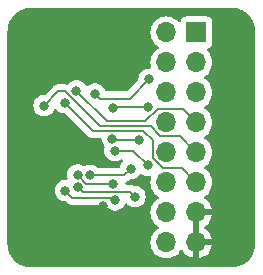
<source format=gbr>
%TF.GenerationSoftware,KiCad,Pcbnew,7.0.1-0*%
%TF.CreationDate,2023-05-08T09:26:49+02:00*%
%TF.ProjectId,KLST_SOIL,4b4c5354-5f53-44f4-994c-2e6b69636164,rev?*%
%TF.SameCoordinates,Original*%
%TF.FileFunction,Copper,L2,Bot*%
%TF.FilePolarity,Positive*%
%FSLAX46Y46*%
G04 Gerber Fmt 4.6, Leading zero omitted, Abs format (unit mm)*
G04 Created by KiCad (PCBNEW 7.0.1-0) date 2023-05-08 09:26:49*
%MOMM*%
%LPD*%
G01*
G04 APERTURE LIST*
%TA.AperFunction,ComponentPad*%
%ADD10R,1.700000X1.700000*%
%TD*%
%TA.AperFunction,ComponentPad*%
%ADD11O,1.700000X1.700000*%
%TD*%
%TA.AperFunction,ViaPad*%
%ADD12C,0.800000*%
%TD*%
%TA.AperFunction,Conductor*%
%ADD13C,0.200000*%
%TD*%
G04 APERTURE END LIST*
D10*
%TO.P,J1,1,Pin_1*%
%TO.N,+3V3*%
X142000000Y-91100000D03*
D11*
%TO.P,J1,2,Pin_2*%
%TO.N,IO0*%
X139460000Y-91100000D03*
%TO.P,J1,3,Pin_3*%
%TO.N,+3V3*%
X142000000Y-93640000D03*
%TO.P,J1,4,Pin_4*%
%TO.N,ID1*%
X139460000Y-93640000D03*
%TO.P,J1,5,Pin_5*%
%TO.N,RST*%
X142000000Y-96180000D03*
%TO.P,J1,6,Pin_6*%
%TO.N,ID2*%
X139460000Y-96180000D03*
%TO.P,J1,7,Pin_7*%
%TO.N,NCS*%
X142000000Y-98720000D03*
%TO.P,J1,8,Pin_8*%
%TO.N,ID3*%
X139460000Y-98720000D03*
%TO.P,J1,9,Pin_9*%
%TO.N,CLK*%
X142000000Y-101260000D03*
%TO.P,J1,10,Pin_10*%
%TO.N,ID4*%
X139460000Y-101260000D03*
%TO.P,J1,11,Pin_11*%
%TO.N,DQS*%
X142000000Y-103800000D03*
%TO.P,J1,12,Pin_12*%
%TO.N,ID5*%
X139460000Y-103800000D03*
%TO.P,J1,13,Pin_13*%
%TO.N,GND*%
X142000000Y-106340000D03*
%TO.P,J1,14,Pin_14*%
%TO.N,ID6*%
X139460000Y-106340000D03*
%TO.P,J1,15,Pin_15*%
%TO.N,GND*%
X142000000Y-108880000D03*
%TO.P,J1,16,Pin_16*%
%TO.N,ID7*%
X139460000Y-108880000D03*
%TD*%
D12*
%TO.N,ID1*%
X131944622Y-103155378D03*
X134929472Y-103901000D03*
%TO.N,RST*%
X137986311Y-95060311D03*
X133400500Y-96301464D03*
%TO.N,GND*%
X127600000Y-99100000D03*
X131300000Y-94400000D03*
X134086455Y-105800000D03*
%TO.N,ID2*%
X134900999Y-97501283D03*
X137922000Y-97400000D03*
%TO.N,NCS*%
X131839243Y-96060757D03*
%TO.N,ID3*%
X137100000Y-100200000D03*
X134882425Y-100124297D03*
%TO.N,CLK*%
X129100000Y-97300000D03*
%TO.N,ID4*%
X137922000Y-102362000D03*
X135100218Y-101099782D03*
%TO.N,DQS*%
X130850000Y-97050000D03*
%TO.N,ID5*%
X136422229Y-102640229D03*
X132967487Y-103189000D03*
%TO.N,ID6*%
X132000000Y-104200000D03*
X136800000Y-105000000D03*
%TO.N,ID7*%
X135100000Y-105300000D03*
X130900000Y-104500000D03*
%TD*%
D13*
%TO.N,ID1*%
X132690243Y-103901000D02*
X131944622Y-103155378D01*
X134929472Y-103901000D02*
X132690243Y-103901000D01*
%TO.N,RST*%
X133799036Y-96700000D02*
X136346622Y-96700000D01*
X136346622Y-96700000D02*
X137986311Y-95060311D01*
X133400500Y-96301464D02*
X133799036Y-96700000D01*
%TO.N,ID2*%
X135002282Y-97400000D02*
X137922000Y-97400000D01*
X134900999Y-97501283D02*
X135002282Y-97400000D01*
%TO.N,NCS*%
X134404282Y-98625795D02*
X131839243Y-96060757D01*
X142000000Y-98720000D02*
X140850000Y-97570000D01*
X137685448Y-98625795D02*
X134404282Y-98625795D01*
X140850000Y-97570000D02*
X138741243Y-97570000D01*
X138741243Y-97570000D02*
X137685448Y-98625795D01*
%TO.N,ID3*%
X137100000Y-100200000D02*
X134958128Y-100200000D01*
X134958128Y-100200000D02*
X134882425Y-100124297D01*
%TO.N,CLK*%
X142000000Y-101285000D02*
X140585000Y-99870000D01*
X138958654Y-99870000D02*
X138113950Y-99025296D01*
X140585000Y-99870000D02*
X138958654Y-99870000D01*
X133814539Y-99025296D02*
X130889743Y-96100500D01*
X130889743Y-96100500D02*
X130299500Y-96100500D01*
X138113950Y-99025296D02*
X133814539Y-99025296D01*
X130299500Y-96100500D02*
X129100000Y-97300000D01*
%TO.N,ID4*%
X137922000Y-102362000D02*
X136659782Y-101099782D01*
X136659782Y-101099782D02*
X135100218Y-101099782D01*
%TO.N,DQS*%
X139149243Y-102600000D02*
X138310000Y-101760757D01*
X137514040Y-99424797D02*
X133224797Y-99424797D01*
X133224797Y-99424797D02*
X130850000Y-97050000D01*
X138310000Y-100220757D02*
X137514040Y-99424797D01*
X138310000Y-101760757D02*
X138310000Y-100220757D01*
X140775000Y-102600000D02*
X139149243Y-102600000D01*
X142000000Y-103825000D02*
X140775000Y-102600000D01*
%TO.N,ID5*%
X135873458Y-103189000D02*
X136422229Y-102640229D01*
X132967487Y-103189000D02*
X135873458Y-103189000D01*
%TO.N,ID6*%
X132000000Y-104200000D02*
X132400500Y-104600500D01*
X136400500Y-104600500D02*
X136800000Y-105000000D01*
X132400500Y-104600500D02*
X136400500Y-104600500D01*
%TO.N,ID7*%
X134900000Y-105100000D02*
X135100000Y-105300000D01*
X131500000Y-105100000D02*
X134900000Y-105100000D01*
X130900000Y-104500000D02*
X131500000Y-105100000D01*
%TD*%
%TA.AperFunction,Conductor*%
%TO.N,GND*%
G36*
X144989829Y-89000764D02*
G01*
X145068476Y-89005919D01*
X145069046Y-89005958D01*
X145247474Y-89018727D01*
X145262796Y-89020791D01*
X145373534Y-89042817D01*
X145375399Y-89043206D01*
X145516135Y-89073820D01*
X145529607Y-89077559D01*
X145643088Y-89116080D01*
X145646427Y-89117268D01*
X145774724Y-89165120D01*
X145786216Y-89170082D01*
X145896172Y-89224306D01*
X145900672Y-89226643D01*
X146018410Y-89290931D01*
X146027852Y-89296648D01*
X146130883Y-89365490D01*
X146136230Y-89369274D01*
X146242655Y-89448942D01*
X146250077Y-89454960D01*
X146343630Y-89537003D01*
X146349533Y-89542532D01*
X146443253Y-89636252D01*
X146448800Y-89642174D01*
X146530814Y-89735693D01*
X146536853Y-89743141D01*
X146616493Y-89849526D01*
X146620328Y-89854946D01*
X146689139Y-89957928D01*
X146694869Y-89967392D01*
X146759117Y-90085054D01*
X146761497Y-90089636D01*
X146815710Y-90199567D01*
X146820680Y-90211079D01*
X146868497Y-90339282D01*
X146869734Y-90342755D01*
X146892278Y-90409166D01*
X146907950Y-90455335D01*
X146908232Y-90456163D01*
X146911979Y-90469666D01*
X146942560Y-90610250D01*
X146943011Y-90612415D01*
X146965002Y-90722968D01*
X146967069Y-90738314D01*
X146979945Y-90918342D01*
X146979995Y-90919077D01*
X146985020Y-90995735D01*
X146985286Y-91003846D01*
X146985286Y-108981734D01*
X146985020Y-108989845D01*
X146979832Y-109068992D01*
X146979782Y-109069726D01*
X146967079Y-109247360D01*
X146965012Y-109262706D01*
X146942852Y-109374112D01*
X146942401Y-109376278D01*
X146912006Y-109516008D01*
X146908260Y-109529508D01*
X146869575Y-109643470D01*
X146868350Y-109646912D01*
X146820729Y-109774588D01*
X146815759Y-109786098D01*
X146761349Y-109896431D01*
X146758969Y-109901014D01*
X146694943Y-110018269D01*
X146689214Y-110027732D01*
X146620176Y-110131056D01*
X146616340Y-110136476D01*
X146536970Y-110242502D01*
X146530931Y-110249951D01*
X146448657Y-110343766D01*
X146443110Y-110349688D01*
X146349688Y-110443110D01*
X146343766Y-110448657D01*
X146249951Y-110530931D01*
X146242502Y-110536970D01*
X146136476Y-110616340D01*
X146131056Y-110620176D01*
X146027732Y-110689214D01*
X146018269Y-110694943D01*
X145901014Y-110758969D01*
X145896431Y-110761349D01*
X145786098Y-110815759D01*
X145774588Y-110820729D01*
X145646912Y-110868350D01*
X145643470Y-110869575D01*
X145529509Y-110908260D01*
X145516008Y-110912006D01*
X145376278Y-110942401D01*
X145374112Y-110942852D01*
X145262706Y-110965012D01*
X145247360Y-110967079D01*
X145069726Y-110979782D01*
X145068992Y-110979832D01*
X144989845Y-110985020D01*
X144981734Y-110985286D01*
X128004053Y-110985286D01*
X127995942Y-110985020D01*
X127916005Y-110979780D01*
X127915276Y-110979730D01*
X127738537Y-110967098D01*
X127723185Y-110965031D01*
X127610906Y-110942697D01*
X127608740Y-110942246D01*
X127469896Y-110912042D01*
X127456395Y-110908295D01*
X127341902Y-110869429D01*
X127338427Y-110868192D01*
X127211319Y-110820783D01*
X127199810Y-110815813D01*
X127089069Y-110761202D01*
X127084485Y-110758822D01*
X126967653Y-110695027D01*
X126958194Y-110689300D01*
X126854518Y-110620025D01*
X126849107Y-110616196D01*
X126743420Y-110537078D01*
X126735972Y-110531040D01*
X126641870Y-110448515D01*
X126635948Y-110442968D01*
X126542823Y-110349843D01*
X126537288Y-110343934D01*
X126454748Y-110249814D01*
X126448710Y-110242366D01*
X126369595Y-110136680D01*
X126365760Y-110131260D01*
X126296495Y-110027597D01*
X126290769Y-110018141D01*
X126226977Y-109901313D01*
X126224598Y-109896731D01*
X126169974Y-109785964D01*
X126165004Y-109774453D01*
X126117594Y-109647340D01*
X126116395Y-109643972D01*
X126077497Y-109529380D01*
X126073751Y-109515881D01*
X126043550Y-109377047D01*
X126043099Y-109374880D01*
X126020762Y-109262579D01*
X126018699Y-109247263D01*
X126006182Y-109072231D01*
X126006131Y-109071496D01*
X126000765Y-108989621D01*
X126000500Y-108981512D01*
X126000500Y-97300000D01*
X128194540Y-97300000D01*
X128214326Y-97488257D01*
X128272820Y-97668284D01*
X128367466Y-97832216D01*
X128494129Y-97972889D01*
X128647269Y-98084151D01*
X128820197Y-98161144D01*
X129005352Y-98200500D01*
X129005354Y-98200500D01*
X129194646Y-98200500D01*
X129194648Y-98200500D01*
X129318083Y-98174262D01*
X129379803Y-98161144D01*
X129552730Y-98084151D01*
X129705871Y-97972888D01*
X129832533Y-97832216D01*
X129927179Y-97668284D01*
X129931817Y-97654008D01*
X129966775Y-97600175D01*
X130023966Y-97571033D01*
X130088066Y-97574392D01*
X130141899Y-97609351D01*
X130244129Y-97722889D01*
X130397269Y-97834151D01*
X130570197Y-97911144D01*
X130755352Y-97950500D01*
X130755354Y-97950500D01*
X130849903Y-97950500D01*
X130897356Y-97959939D01*
X130937584Y-97986819D01*
X132766596Y-99815831D01*
X132777291Y-99828026D01*
X132796514Y-99853079D01*
X132915508Y-99944385D01*
X132920427Y-99948699D01*
X132921954Y-99949331D01*
X132921955Y-99949332D01*
X132921956Y-99949333D01*
X133068035Y-100009841D01*
X133146416Y-100020160D01*
X133224796Y-100030479D01*
X133224796Y-100030478D01*
X133224797Y-100030479D01*
X133256099Y-100026357D01*
X133272284Y-100025297D01*
X133854910Y-100025297D01*
X133913125Y-100039812D01*
X133957711Y-100079957D01*
X133978230Y-100136333D01*
X133987182Y-100221505D01*
X133996751Y-100312554D01*
X134055245Y-100492581D01*
X134149889Y-100656510D01*
X134149892Y-100656513D01*
X134210384Y-100723696D01*
X134239523Y-100780885D01*
X134236164Y-100844984D01*
X134214544Y-100911522D01*
X134194758Y-101099781D01*
X134214544Y-101288039D01*
X134273038Y-101468066D01*
X134367684Y-101631998D01*
X134494347Y-101772671D01*
X134647487Y-101883933D01*
X134820415Y-101960926D01*
X135005570Y-102000282D01*
X135005572Y-102000282D01*
X135194864Y-102000282D01*
X135194866Y-102000282D01*
X135318301Y-101974044D01*
X135380021Y-101960926D01*
X135552948Y-101883933D01*
X135577349Y-101866204D01*
X135632976Y-101843728D01*
X135692644Y-101849998D01*
X135742385Y-101883547D01*
X135770552Y-101936521D01*
X135770553Y-101996518D01*
X135742387Y-102049492D01*
X135689695Y-102108012D01*
X135595049Y-102271944D01*
X135536555Y-102451971D01*
X135536554Y-102451973D01*
X135536555Y-102451973D01*
X135533875Y-102477464D01*
X135513357Y-102533839D01*
X135468771Y-102573985D01*
X135410556Y-102588500D01*
X133693746Y-102588500D01*
X133643311Y-102577780D01*
X133601597Y-102547473D01*
X133573358Y-102516111D01*
X133420217Y-102404848D01*
X133247289Y-102327855D01*
X133062135Y-102288500D01*
X133062133Y-102288500D01*
X132872841Y-102288500D01*
X132872839Y-102288500D01*
X132687686Y-102327854D01*
X132536056Y-102395365D01*
X132472660Y-102405406D01*
X132412736Y-102382403D01*
X132397352Y-102371226D01*
X132224424Y-102294233D01*
X132039270Y-102254878D01*
X132039268Y-102254878D01*
X131849976Y-102254878D01*
X131849974Y-102254878D01*
X131664819Y-102294233D01*
X131491891Y-102371226D01*
X131338751Y-102482488D01*
X131212088Y-102623161D01*
X131117442Y-102787093D01*
X131058948Y-102967120D01*
X131039162Y-103155378D01*
X131058948Y-103343635D01*
X131089344Y-103437182D01*
X131093886Y-103494898D01*
X131071731Y-103548385D01*
X131027708Y-103585985D01*
X130971413Y-103599500D01*
X130805352Y-103599500D01*
X130620197Y-103638855D01*
X130447269Y-103715848D01*
X130294129Y-103827110D01*
X130167466Y-103967783D01*
X130072820Y-104131715D01*
X130014326Y-104311742D01*
X129994540Y-104500000D01*
X130014326Y-104688257D01*
X130072820Y-104868284D01*
X130167466Y-105032216D01*
X130294129Y-105172889D01*
X130447269Y-105284151D01*
X130620197Y-105361144D01*
X130805352Y-105400500D01*
X130805354Y-105400500D01*
X130899903Y-105400500D01*
X130947356Y-105409939D01*
X130987584Y-105436819D01*
X131041799Y-105491034D01*
X131052494Y-105503229D01*
X131071717Y-105528282D01*
X131137106Y-105578456D01*
X131172588Y-105605682D01*
X131197159Y-105624536D01*
X131343238Y-105685044D01*
X131468698Y-105701561D01*
X131499999Y-105705682D01*
X131499999Y-105705681D01*
X131500000Y-105705682D01*
X131531302Y-105701560D01*
X131547487Y-105700500D01*
X134219829Y-105700500D01*
X134281829Y-105717113D01*
X134327216Y-105762500D01*
X134367466Y-105832216D01*
X134494129Y-105972889D01*
X134647269Y-106084151D01*
X134820197Y-106161144D01*
X135005352Y-106200500D01*
X135005354Y-106200500D01*
X135194646Y-106200500D01*
X135194648Y-106200500D01*
X135318083Y-106174262D01*
X135379803Y-106161144D01*
X135552730Y-106084151D01*
X135705871Y-105972888D01*
X135832533Y-105832216D01*
X135927179Y-105668284D01*
X135930497Y-105658069D01*
X135965456Y-105604238D01*
X136022647Y-105575097D01*
X136086747Y-105578456D01*
X136140579Y-105613415D01*
X136194129Y-105672889D01*
X136347269Y-105784151D01*
X136520197Y-105861144D01*
X136705352Y-105900500D01*
X136705354Y-105900500D01*
X136894646Y-105900500D01*
X136894648Y-105900500D01*
X137018084Y-105874262D01*
X137079803Y-105861144D01*
X137252730Y-105784151D01*
X137405871Y-105672888D01*
X137532533Y-105532216D01*
X137627179Y-105368284D01*
X137685674Y-105188256D01*
X137705460Y-105000000D01*
X137685674Y-104811744D01*
X137655332Y-104718363D01*
X137627179Y-104631715D01*
X137532533Y-104467783D01*
X137405870Y-104327110D01*
X137252730Y-104215848D01*
X137079802Y-104138855D01*
X136894648Y-104099500D01*
X136894646Y-104099500D01*
X136776106Y-104099500D01*
X136736247Y-104092919D01*
X136708602Y-104078143D01*
X136557262Y-104015456D01*
X136439861Y-104000000D01*
X136435280Y-103999397D01*
X136400500Y-103994817D01*
X136372663Y-103998482D01*
X136369197Y-103998939D01*
X136353013Y-104000000D01*
X136108103Y-104000000D01*
X136043313Y-103981727D01*
X135997618Y-103932295D01*
X135984485Y-103866271D01*
X136007785Y-103803114D01*
X136060651Y-103761439D01*
X136176299Y-103713536D01*
X136210107Y-103687594D01*
X136301740Y-103617282D01*
X136320975Y-103592212D01*
X136331653Y-103580038D01*
X136334661Y-103577030D01*
X136374882Y-103550164D01*
X136422325Y-103540729D01*
X136516877Y-103540729D01*
X136640313Y-103514491D01*
X136702032Y-103501373D01*
X136874959Y-103424380D01*
X136973642Y-103352683D01*
X137028099Y-103313118D01*
X137041846Y-103297850D01*
X137154762Y-103172445D01*
X137189539Y-103112208D01*
X137238711Y-103064724D01*
X137305575Y-103050511D01*
X137369811Y-103073891D01*
X137469269Y-103146151D01*
X137642197Y-103223144D01*
X137827352Y-103262500D01*
X137827354Y-103262500D01*
X138016643Y-103262500D01*
X138016646Y-103262500D01*
X138019378Y-103261919D01*
X138081930Y-103264784D01*
X138135107Y-103297850D01*
X138165347Y-103352683D01*
X138164938Y-103415301D01*
X138124936Y-103564592D01*
X138104340Y-103799999D01*
X138124936Y-104035407D01*
X138142110Y-104099500D01*
X138186097Y-104263663D01*
X138285965Y-104477830D01*
X138421505Y-104671401D01*
X138588599Y-104838495D01*
X138774160Y-104968426D01*
X138813024Y-105012743D01*
X138827035Y-105070000D01*
X138813024Y-105127257D01*
X138774159Y-105171575D01*
X138588595Y-105301508D01*
X138421505Y-105468598D01*
X138285965Y-105662170D01*
X138186097Y-105876336D01*
X138124936Y-106104592D01*
X138104340Y-106340000D01*
X138124936Y-106575407D01*
X138169709Y-106742501D01*
X138186097Y-106803663D01*
X138285965Y-107017830D01*
X138421505Y-107211401D01*
X138588599Y-107378495D01*
X138774160Y-107508426D01*
X138813024Y-107552743D01*
X138827035Y-107610000D01*
X138813024Y-107667257D01*
X138774159Y-107711575D01*
X138588595Y-107841508D01*
X138421505Y-108008598D01*
X138285965Y-108202170D01*
X138186097Y-108416336D01*
X138124936Y-108644592D01*
X138104340Y-108880000D01*
X138124936Y-109115407D01*
X138160136Y-109246773D01*
X138186097Y-109343663D01*
X138285965Y-109557830D01*
X138421505Y-109751401D01*
X138588599Y-109918495D01*
X138782170Y-110054035D01*
X138996337Y-110153903D01*
X139224592Y-110215063D01*
X139460000Y-110235659D01*
X139695408Y-110215063D01*
X139923663Y-110153903D01*
X140137830Y-110054035D01*
X140331401Y-109918495D01*
X140498495Y-109751401D01*
X140628732Y-109565402D01*
X140673048Y-109526539D01*
X140730305Y-109512528D01*
X140787562Y-109526539D01*
X140831880Y-109565404D01*
X140961893Y-109751081D01*
X141128918Y-109918106D01*
X141322423Y-110053600D01*
X141536507Y-110153430D01*
X141749999Y-110210635D01*
X141750000Y-110210636D01*
X141750000Y-109130000D01*
X142250000Y-109130000D01*
X142250000Y-110210635D01*
X142463492Y-110153430D01*
X142677576Y-110053600D01*
X142871081Y-109918106D01*
X143038106Y-109751081D01*
X143173600Y-109557576D01*
X143273430Y-109343492D01*
X143330636Y-109130000D01*
X142250000Y-109130000D01*
X141750000Y-109130000D01*
X141750000Y-106590000D01*
X142250000Y-106590000D01*
X142250000Y-108630000D01*
X143330636Y-108630000D01*
X143330635Y-108629999D01*
X143273430Y-108416507D01*
X143173599Y-108202421D01*
X143038109Y-108008921D01*
X142871081Y-107841893D01*
X142684968Y-107711575D01*
X142646103Y-107667257D01*
X142632092Y-107610000D01*
X142646103Y-107552743D01*
X142684968Y-107508425D01*
X142871081Y-107378106D01*
X143038106Y-107211081D01*
X143173600Y-107017576D01*
X143273430Y-106803492D01*
X143330636Y-106590000D01*
X142250000Y-106590000D01*
X141750000Y-106590000D01*
X141750000Y-106214000D01*
X141766613Y-106152000D01*
X141812000Y-106106613D01*
X141874000Y-106090000D01*
X143330636Y-106090000D01*
X143330635Y-106089999D01*
X143273430Y-105876507D01*
X143173599Y-105662421D01*
X143038109Y-105468921D01*
X142871081Y-105301893D01*
X142685404Y-105171880D01*
X142646539Y-105127562D01*
X142632528Y-105070305D01*
X142646539Y-105013048D01*
X142685402Y-104968732D01*
X142871401Y-104838495D01*
X143038495Y-104671401D01*
X143174035Y-104477830D01*
X143273903Y-104263663D01*
X143335063Y-104035408D01*
X143355659Y-103800000D01*
X143348296Y-103715848D01*
X143335063Y-103564592D01*
X143300924Y-103437182D01*
X143273903Y-103336337D01*
X143174035Y-103122171D01*
X143038495Y-102928599D01*
X142871401Y-102761505D01*
X142685839Y-102631573D01*
X142646975Y-102587257D01*
X142632964Y-102530000D01*
X142646975Y-102472743D01*
X142685839Y-102428426D01*
X142871401Y-102298495D01*
X143038495Y-102131401D01*
X143174035Y-101937830D01*
X143273903Y-101723663D01*
X143335063Y-101495408D01*
X143355659Y-101260000D01*
X143335063Y-101024592D01*
X143273903Y-100796337D01*
X143174035Y-100582171D01*
X143038495Y-100388599D01*
X142871401Y-100221505D01*
X142685839Y-100091573D01*
X142646975Y-100047257D01*
X142632964Y-99990000D01*
X142646975Y-99932743D01*
X142685839Y-99888426D01*
X142871401Y-99758495D01*
X143038495Y-99591401D01*
X143174035Y-99397830D01*
X143273903Y-99183663D01*
X143335063Y-98955408D01*
X143355659Y-98720000D01*
X143335063Y-98484592D01*
X143273903Y-98256337D01*
X143174035Y-98042171D01*
X143038495Y-97848599D01*
X142871401Y-97681505D01*
X142685839Y-97551573D01*
X142646974Y-97507255D01*
X142632964Y-97449999D01*
X142646975Y-97392742D01*
X142685837Y-97348428D01*
X142871401Y-97218495D01*
X143038495Y-97051401D01*
X143174035Y-96857830D01*
X143273903Y-96643663D01*
X143335063Y-96415408D01*
X143355659Y-96180000D01*
X143335063Y-95944592D01*
X143273903Y-95716337D01*
X143174035Y-95502171D01*
X143038495Y-95308599D01*
X142871401Y-95141505D01*
X142685839Y-95011573D01*
X142646974Y-94967255D01*
X142632964Y-94909999D01*
X142646975Y-94852742D01*
X142685837Y-94808428D01*
X142871401Y-94678495D01*
X143038495Y-94511401D01*
X143174035Y-94317830D01*
X143273903Y-94103663D01*
X143335063Y-93875408D01*
X143355659Y-93640000D01*
X143335063Y-93404592D01*
X143273903Y-93176337D01*
X143174035Y-92962171D01*
X143038495Y-92768599D01*
X142916569Y-92646672D01*
X142885273Y-92593927D01*
X142883084Y-92532634D01*
X142910537Y-92477789D01*
X142960916Y-92442810D01*
X143092331Y-92393796D01*
X143207546Y-92307546D01*
X143293796Y-92192331D01*
X143344091Y-92057483D01*
X143350500Y-91997873D01*
X143350499Y-90202128D01*
X143344091Y-90142517D01*
X143293796Y-90007669D01*
X143207546Y-89892454D01*
X143092331Y-89806204D01*
X142957483Y-89755909D01*
X142897873Y-89749500D01*
X142897869Y-89749500D01*
X141102130Y-89749500D01*
X141042515Y-89755909D01*
X140907669Y-89806204D01*
X140792454Y-89892454D01*
X140706204Y-90007669D01*
X140657189Y-90139083D01*
X140622209Y-90189462D01*
X140567365Y-90216915D01*
X140506072Y-90214726D01*
X140453326Y-90183430D01*
X140331404Y-90061508D01*
X140331401Y-90061505D01*
X140137830Y-89925965D01*
X139923663Y-89826097D01*
X139862501Y-89809709D01*
X139695407Y-89764936D01*
X139459999Y-89744340D01*
X139224592Y-89764936D01*
X138996336Y-89826097D01*
X138782170Y-89925965D01*
X138588598Y-90061505D01*
X138421505Y-90228598D01*
X138285965Y-90422170D01*
X138186097Y-90636336D01*
X138124936Y-90864592D01*
X138104340Y-91099999D01*
X138124936Y-91335407D01*
X138169709Y-91502501D01*
X138186097Y-91563663D01*
X138285965Y-91777830D01*
X138421505Y-91971401D01*
X138588599Y-92138495D01*
X138774160Y-92268426D01*
X138813024Y-92312743D01*
X138827035Y-92370000D01*
X138813024Y-92427257D01*
X138774159Y-92471575D01*
X138743738Y-92492875D01*
X138686958Y-92532634D01*
X138588595Y-92601508D01*
X138421505Y-92768598D01*
X138285965Y-92962170D01*
X138186097Y-93176336D01*
X138124936Y-93404592D01*
X138104340Y-93639999D01*
X138124936Y-93875407D01*
X138159317Y-94003718D01*
X138161159Y-94060002D01*
X138137918Y-94111297D01*
X138094386Y-94147023D01*
X138039542Y-94159811D01*
X137891663Y-94159811D01*
X137706508Y-94199166D01*
X137533580Y-94276159D01*
X137380440Y-94387421D01*
X137253777Y-94528094D01*
X137159131Y-94692026D01*
X137100637Y-94872053D01*
X137079489Y-95073272D01*
X137077566Y-95073069D01*
X137073581Y-95106724D01*
X137044376Y-95153009D01*
X136134206Y-96063181D01*
X136093978Y-96090061D01*
X136046525Y-96099500D01*
X134371811Y-96099500D01*
X134321376Y-96088780D01*
X134279661Y-96058472D01*
X134253880Y-96013818D01*
X134227679Y-95933179D01*
X134133033Y-95769247D01*
X134006370Y-95628574D01*
X133853230Y-95517312D01*
X133680302Y-95440319D01*
X133495148Y-95400964D01*
X133495146Y-95400964D01*
X133305854Y-95400964D01*
X133305852Y-95400964D01*
X133120697Y-95440319D01*
X132947772Y-95517310D01*
X132789733Y-95632132D01*
X132725497Y-95655511D01*
X132658633Y-95641298D01*
X132609461Y-95593813D01*
X132571776Y-95528540D01*
X132445113Y-95387867D01*
X132291973Y-95276605D01*
X132119045Y-95199612D01*
X131933891Y-95160257D01*
X131933889Y-95160257D01*
X131744597Y-95160257D01*
X131744595Y-95160257D01*
X131559440Y-95199612D01*
X131386512Y-95276605D01*
X131233372Y-95387868D01*
X131154515Y-95475447D01*
X131105284Y-95508810D01*
X131046181Y-95515413D01*
X130929104Y-95500000D01*
X130924523Y-95499397D01*
X130889743Y-95494817D01*
X130861906Y-95498482D01*
X130858440Y-95498939D01*
X130842256Y-95500000D01*
X130346987Y-95500000D01*
X130330802Y-95498939D01*
X130326876Y-95498422D01*
X130299499Y-95494817D01*
X130264241Y-95499459D01*
X130260139Y-95500000D01*
X130142737Y-95515456D01*
X129996661Y-95575962D01*
X129946482Y-95614465D01*
X129871218Y-95672218D01*
X129871216Y-95672219D01*
X129871215Y-95672221D01*
X129851990Y-95697274D01*
X129841298Y-95709465D01*
X129187584Y-96363181D01*
X129147356Y-96390061D01*
X129099903Y-96399500D01*
X129005352Y-96399500D01*
X128820197Y-96438855D01*
X128647269Y-96515848D01*
X128494129Y-96627110D01*
X128367466Y-96767783D01*
X128272820Y-96931715D01*
X128214326Y-97111742D01*
X128194540Y-97300000D01*
X126000500Y-97300000D01*
X126000500Y-91004065D01*
X126000765Y-90995956D01*
X126005992Y-90916193D01*
X126018709Y-90738407D01*
X126020771Y-90723099D01*
X126042955Y-90611573D01*
X126043364Y-90609606D01*
X126073788Y-90469749D01*
X126077519Y-90456305D01*
X126116243Y-90342230D01*
X126117404Y-90338967D01*
X126165068Y-90211177D01*
X126170017Y-90199713D01*
X126224481Y-90089272D01*
X126226777Y-90084851D01*
X126290855Y-89967501D01*
X126296562Y-89958075D01*
X126365639Y-89854694D01*
X126369425Y-89849344D01*
X126448850Y-89743246D01*
X126454823Y-89735878D01*
X126537161Y-89641989D01*
X126542648Y-89636131D01*
X126636131Y-89542648D01*
X126641989Y-89537161D01*
X126735878Y-89454823D01*
X126743246Y-89448850D01*
X126849344Y-89369425D01*
X126854694Y-89365639D01*
X126958075Y-89296562D01*
X126967501Y-89290855D01*
X127084851Y-89226777D01*
X127089272Y-89224481D01*
X127199713Y-89170017D01*
X127211177Y-89165068D01*
X127338967Y-89117404D01*
X127342230Y-89116243D01*
X127456305Y-89077519D01*
X127469749Y-89073788D01*
X127609606Y-89043364D01*
X127611573Y-89042955D01*
X127723099Y-89020771D01*
X127738407Y-89018709D01*
X127916193Y-89005992D01*
X127995957Y-89000764D01*
X128004065Y-89000500D01*
X144981721Y-89000500D01*
X144989829Y-89000764D01*
G37*
%TD.AperFunction*%
%TD*%
M02*

</source>
